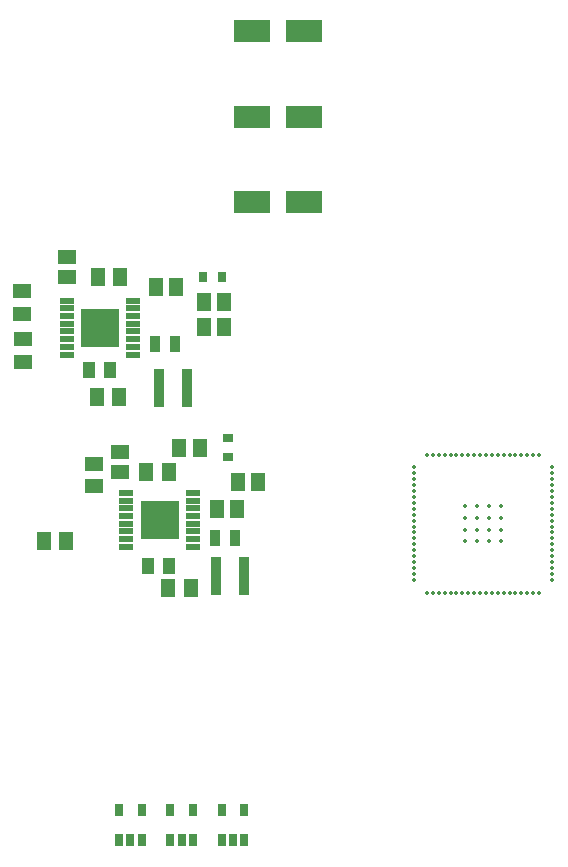
<source format=gbr>
G04 EAGLE Gerber RS-274X export*
G75*
%MOMM*%
%FSLAX34Y34*%
%LPD*%
%INSolderpaste Top*%
%IPPOS*%
%AMOC8*
5,1,8,0,0,1.08239X$1,22.5*%
G01*
%ADD10R,1.300000X1.500000*%
%ADD11R,0.970000X1.470000*%
%ADD12R,1.500000X1.300000*%
%ADD13R,0.690000X0.990000*%
%ADD14R,0.800000X0.950000*%
%ADD15R,0.950000X0.800000*%
%ADD16R,1.271900X0.581800*%
%ADD17R,3.300000X3.300000*%
%ADD18R,0.961800X3.341800*%
%ADD19R,3.150000X1.850000*%
%ADD20C,0.340000*%
%ADD21R,1.037100X1.361800*%


D10*
X128100Y635700D03*
X145100Y635700D03*
X148000Y499100D03*
X165000Y499100D03*
X169000Y622300D03*
X186000Y622300D03*
X179500Y447400D03*
X196500Y447400D03*
D11*
X144200Y587400D03*
X127600Y587400D03*
X194900Y423200D03*
X178300Y423200D03*
D12*
X53000Y643500D03*
X53000Y660500D03*
X97300Y478900D03*
X97300Y495900D03*
D10*
X169100Y601100D03*
X186100Y601100D03*
X214400Y470600D03*
X197400Y470600D03*
D13*
X96900Y166700D03*
X106400Y166700D03*
X115900Y166700D03*
X115900Y192600D03*
X96900Y192600D03*
X140400Y166900D03*
X149900Y166900D03*
X159400Y166900D03*
X159400Y192800D03*
X140400Y192800D03*
X183800Y166900D03*
X193300Y166900D03*
X202800Y166900D03*
X202800Y192800D03*
X183800Y192800D03*
D10*
X97600Y643900D03*
X78600Y643900D03*
X138900Y478300D03*
X119900Y478300D03*
D14*
X168300Y644200D03*
X184300Y644200D03*
D15*
X188800Y491200D03*
X188800Y507200D03*
D10*
X157500Y380500D03*
X138500Y380500D03*
D12*
X75800Y466600D03*
X75800Y485600D03*
X15300Y572100D03*
X15300Y591100D03*
D10*
X52100Y420300D03*
X33100Y420300D03*
D16*
X52583Y623650D03*
X52583Y617150D03*
X52583Y610650D03*
X52583Y604150D03*
X52583Y597650D03*
X52583Y591150D03*
X52583Y584650D03*
X52583Y578150D03*
X109017Y578150D03*
X109017Y584650D03*
X109017Y591150D03*
X109017Y597650D03*
X109017Y604150D03*
X109017Y610650D03*
X109017Y617150D03*
X109017Y623650D03*
D17*
X80800Y600900D03*
D16*
X102883Y460950D03*
X102883Y454450D03*
X102883Y447950D03*
X102883Y441450D03*
X102883Y434950D03*
X102883Y428450D03*
X102883Y421950D03*
X102883Y415450D03*
X159317Y415450D03*
X159317Y421950D03*
X159317Y428450D03*
X159317Y434950D03*
X159317Y441450D03*
X159317Y447950D03*
X159317Y454450D03*
X159317Y460950D03*
D17*
X131100Y438200D03*
D18*
X130450Y550000D03*
X154150Y550000D03*
X179250Y390800D03*
X202950Y390800D03*
D19*
X209500Y852000D03*
X253500Y852000D03*
X209700Y779300D03*
X253700Y779300D03*
X209800Y706900D03*
X253800Y706900D03*
D20*
X357500Y493500D03*
X362500Y493500D03*
X367500Y493500D03*
X372500Y493500D03*
X377500Y493500D03*
X382500Y493500D03*
X387500Y493500D03*
X392500Y493500D03*
X397500Y493500D03*
X402500Y493500D03*
X407500Y493500D03*
X412500Y493500D03*
X417500Y493500D03*
X422500Y493500D03*
X427500Y493500D03*
X432500Y493500D03*
X437500Y493500D03*
X442500Y493500D03*
X447500Y493500D03*
X452500Y493500D03*
X357500Y376400D03*
X362500Y376400D03*
X367500Y376400D03*
X372500Y376400D03*
X377500Y376400D03*
X382500Y376400D03*
X387500Y376400D03*
X392500Y376400D03*
X397500Y376400D03*
X402500Y376400D03*
X407500Y376400D03*
X412500Y376400D03*
X417500Y376400D03*
X422500Y376400D03*
X427500Y376400D03*
X432500Y376400D03*
X437500Y376400D03*
X442500Y376400D03*
X447500Y376400D03*
X452500Y376400D03*
X346400Y387500D03*
X346400Y392500D03*
X346400Y397500D03*
X346400Y402500D03*
X346400Y407500D03*
X346400Y412500D03*
X346400Y417500D03*
X346400Y422500D03*
X346400Y427500D03*
X346400Y432500D03*
X346400Y437500D03*
X346400Y442500D03*
X346400Y447500D03*
X346400Y452500D03*
X346400Y457500D03*
X346400Y462500D03*
X346400Y467500D03*
X346400Y472500D03*
X346400Y477500D03*
X346400Y482500D03*
X463700Y387500D03*
X463700Y392500D03*
X463700Y397500D03*
X463700Y402500D03*
X463700Y407500D03*
X463700Y412500D03*
X463700Y417500D03*
X463700Y422500D03*
X463700Y427500D03*
X463700Y432500D03*
X463700Y437500D03*
X463700Y442500D03*
X463700Y447500D03*
X463700Y452500D03*
X463700Y457500D03*
X463700Y462500D03*
X463700Y467500D03*
X463700Y472500D03*
X463700Y477500D03*
X463700Y482500D03*
X410000Y440000D03*
X410000Y430000D03*
X400000Y430000D03*
X400000Y440000D03*
X400000Y450000D03*
X410000Y450000D03*
X420000Y450000D03*
X420000Y440000D03*
X420000Y430000D03*
X420000Y420000D03*
X410000Y420000D03*
X400000Y420000D03*
X390000Y420000D03*
X390000Y430000D03*
X390000Y440000D03*
X390000Y450000D03*
D12*
X15000Y612600D03*
X15000Y631600D03*
D10*
X97200Y542000D03*
X78200Y542000D03*
D21*
X71726Y564800D03*
X89474Y564800D03*
X121026Y399500D03*
X138774Y399500D03*
M02*

</source>
